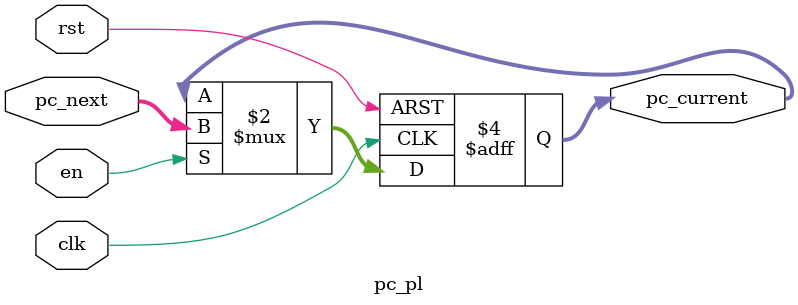
<source format=v>
module pc_pl (
    input wire clk,                 // Clock signal
    input wire rst,                 // Reset signal  
    input wire en,                  // Enable signal (for stalling)
    input wire [31:0] pc_next,      // Next PC value
    output reg [31:0] pc_current    // Current PC value
);

    // Sequential logic: Update PC on clock edge
    // Only updates when en = 1, otherwise holds current value (stall)
    always @(posedge clk or posedge rst) begin 
        if (rst)
            pc_current <= 32'b0;        // Reset to address 0
        else if (en)
            pc_current <= pc_next;      // Update PC when enabled
        // else: hold current value (stall when en = 0)
    end

endmodule
</source>
